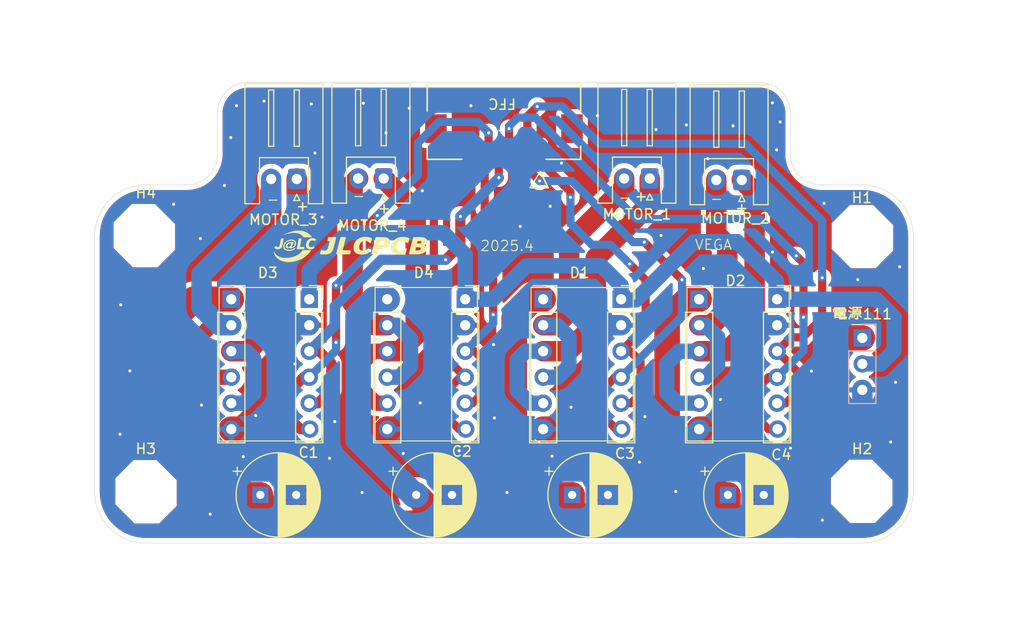
<source format=kicad_pcb>
(kicad_pcb (version 20240108) (generator "pcbnew") (generator_version "8.0")
  (layers (0 "F.Cu" signal) (31 "B.Cu" signal) (34 "B.Paste" user) (35 "F.Paste" user) (36 "B.SilkS" user "B.Silkscreen") (37 "F.SilkS" user "F.Silkscreen") (38 "B.Mask" user) (39 "F.Mask" user) (44 "Edge.Cuts" user))
  (net 0 "")
  (net 1 "VCC")
  (net 2 "D1 IN1")
  (net 3 "D1 IN2")
  (net 4 "D1 OUT1")
  (net 5 "+5V")
  (net 6 "D1 OUT2")
  (net 7 "D2 IN2")
  (net 8 "D2 IN1")
  (net 9 "D2 OUT2")
  (net 10 "D2 OUT1")
  (net 11 "D3 OUT2")
  (net 12 "D3 IN2")
  (net 13 "D3 IN1")
  (net 14 "D3 OUT1")
  (net 15 "D4 OUT2")
  (net 16 "GND")
  (net 17 "D4 IN2")
  (net 18 "D4 IN1")
  (net 19 "D4 OUT1")
  (footprint "Capacitor_THT:CP_Radial_D8.0mm_P3.50mm" (layer "F.Cu") (at 171.894888 117.8)
    (property "Reference" "C4" (at 5.205112 -3.925 0) (layer "F.SilkS"))
    (property "Value" "150μF")
    (pad "1" thru_hole rect (at 0 0) (size 1.6 1.6) (drill 0.8) (layers "*.Cu" "*.Mask") (net 1 "VCC"))
    (pad "2" thru_hole circle (at 3.5 0) (size 1.6 1.6) (drill 0.8) (layers "*.Cu" "*.Mask") (net 16 "GND"))
  )
  (footprint "MountingHole:MountingHole_3.2mm_M3" (layer "F.Cu") (at 115 117.5)
    (property "Reference" "H3" (at 0 -4.2 0) (layer "F.SilkS"))
    (property "Value" "MountingHole")
    (pad "" np_thru_hole circle (at 0 0) (size 3.2 3.2) (drill 3.2) (layers "*.Cu" "*.Mask"))
  )
  (footprint "MOTORDRIVE:CON_522710879_MOL" (layer "F.Cu") (at 150 81.3 180)
    (property "Reference" "J1" (hide yes))
    (property "Value" "Conn_01x08_Pin")
    (fp_text user "FFC" (at 0.18 1.74 180) (layer "F.SilkS"))
    (pad "1" smd rect (at -3.499993 -3.049999 180) (size 0.6 1.9) (layers "F.Cu" "F.Paste" "F.Mask") (net 2 "D1 IN1"))
    (pad "2" smd rect (at -2.499992 -3.049999 180) (size 0.6 1.9) (layers "F.Cu" "F.Paste" "F.Mask") (net 3 "D1 IN2"))
    (pad "3" smd rect (at -1.499992 -3.049999 180) (size 0.6 1.9) (layers "F.Cu" "F.Paste" "F.Mask") (net 8 "D2 IN1"))
    (pad "4" smd rect (at -0.499994 -3.049999 180) (size 0.6 1.9) (layers "F.Cu" "F.Paste" "F.Mask") (net 7 "D2 IN2"))
    (pad "5" smd rect (at 0.500007 -3.049999 180) (size 0.6 1.9) (layers "F.Cu" "F.Paste" "F.Mask") (net 13 "D3 IN1"))
    (pad "6" smd rect (at 1.500007 -3.049999 180) (size 0.6 1.9) (layers "F.Cu" "F.Paste" "F.Mask") (net 12 "D3 IN2"))
    (pad "7" smd rect (at 2.500008 -3.049999 180) (size 0.6 1.9) (layers "F.Cu" "F.Paste" "F.Mask") (net 18 "D4 IN1"))
    (pad "8" smd rect (at 3.500008 -3.049999 180) (size 0.6 1.9) (layers "F.Cu" "F.Paste" "F.Mask") (net 17 "D4 IN2"))
    (pad "P1" smd rect (at -6.649993 -0.699999 180) (size 2.1 2.799999) (layers "F.Cu" "F.Paste" "F.Mask"))
    (pad "P2" smd rect (at 6.649993 -0.699999 180) (size 2.1 2.799999) (layers "F.Cu" "F.Paste" "F.Mask"))
  )
  (footprint "MountingHole:MountingHole_3.2mm_M3" (layer "F.Cu") (at 185 117.5)
    (property "Reference" "H2" (at 0 -4.2 0) (layer "F.SilkS"))
    (property "Value" "MountingHole")
    (pad "" np_thru_hole circle (at 0 0) (size 3.2 3.2) (drill 3.2) (layers "*.Cu" "*.Mask"))
  )
  (footprint "MOTORDRIVE:DRV8835" (layer "F.Cu") (at 131.025 111.365)
    (property "Reference" "D3" (hide yes))
    (property "Value" "~" (hide yes))
    (fp_text user "${REFERENCE}" (at -4.105 -15.275 0) (layer "F.SilkS"))
    (pad "1" thru_hole rect (at -7.67 -12.69) (size 1.7 1.7) (drill 1) (layers "*.Cu" "*.Mask") (net 1 "VCC"))
    (pad "2" thru_hole oval (at -7.67 -10.15) (size 1.7 1.7) (drill 1) (layers "*.Cu" "*.Mask") (net 14 "D3 OUT1"))
    (pad "3" thru_hole oval (at -7.67 -7.61) (size 1.7 1.7) (drill 1) (layers "*.Cu" "*.Mask") (net 11 "D3 OUT2"))
    (pad "4" thru_hole oval (at -7.67 -5.07) (size 1.7 1.7) (drill 1) (layers "*.Cu" "*.Mask") (net 14 "D3 OUT1"))
    (pad "5" thru_hole oval (at -7.67 -2.53) (size 1.7 1.7) (drill 1) (layers "*.Cu" "*.Mask") (net 11 "D3 OUT2"))
    (pad "6" thru_hole oval (at -7.67 0.01) (size 1.7 1.7) (drill 1) (layers "*.Cu" "*.Mask") (net 16 "GND"))
    (pad "7" thru_hole oval (at 0 0) (size 1.7 1.7) (drill 1) (layers "*.Cu" "*.Mask") (net 12 "D3 IN2"))
    (pad "8" thru_hole oval (at -0.05 -2.53) (size 1.7 1.7) (drill 1) (layers "*.Cu" "*.Mask") (net 13 "D3 IN1"))
    (pad "9" thru_hole oval (at -0.05 -5.07) (size 1.7 1.7) (drill 1) (layers "*.Cu" "*.Mask") (net 12 "D3 IN2"))
    (pad "10" thru_hole oval (at -0.05 -7.61) (size 1.7 1.7) (drill 1) (layers "*.Cu" "*.Mask") (net 13 "D3 IN1"))
    (pad "11" thru_hole oval (at -0.05 -10.15) (size 1.7 1.7) (drill 1) (layers "*.Cu" "*.Mask") (net 16 "GND"))
    (pad "12" thru_hole rect (at -0.05 -12.69) (size 1.7 1.7) (drill 1) (layers "*.Cu" "*.Mask") (net 5 "+5V"))
  )
  (footprint "MOTORDRIVE:DRV8835" (layer "F.Cu") (at 146.265 111.365)
    (property "Reference" "D4" (hide yes))
    (property "Value" "~" (hide yes))
    (fp_text user "${REFERENCE}" (at -4.105 -15.275 0) (layer "F.SilkS"))
    (pad "1" thru_hole rect (at -7.67 -12.69) (size 1.7 1.7) (drill 1) (layers "*.Cu" "*.Mask") (net 1 "VCC"))
    (pad "2" thru_hole oval (at -7.67 -10.15) (size 1.7 1.7) (drill 1) (layers "*.Cu" "*.Mask") (net 19 "D4 OUT1"))
    (pad "3" thru_hole oval (at -7.67 -7.61) (size 1.7 1.7) (drill 1) (layers "*.Cu" "*.Mask") (net 15 "D4 OUT2"))
    (pad "4" thru_hole oval (at -7.67 -5.07) (size 1.7 1.7) (drill 1) (layers "*.Cu" "*.Mask") (net 19 "D4 OUT1"))
    (pad "5" thru_hole oval (at -7.67 -2.53) (size 1.7 1.7) (drill 1) (layers "*.Cu" "*.Mask") (net 15 "D4 OUT2"))
    (pad "6" thru_hole oval (at -7.67 0.01) (size 1.7 1.7) (drill 1) (layers "*.Cu" "*.Mask") (net 16 "GND"))
    (pad "7" thru_hole oval (at 0 0) (size 1.7 1.7) (drill 1) (layers "*.Cu" "*.Mask") (net 17 "D4 IN2"))
    (pad "8" thru_hole oval (at -0.05 -2.53) (size 1.7 1.7) (drill 1) (layers "*.Cu" "*.Mask") (net 18 "D4 IN1"))
    (pad "9" thru_hole oval (at -0.05 -5.07) (size 1.7 1.7) (drill 1) (layers "*.Cu" "*.Mask") (net 17 "D4 IN2"))
    (pad "10" thru_hole oval (at -0.05 -7.61) (size 1.7 1.7) (drill 1) (layers "*.Cu" "*.Mask") (net 18 "D4 IN1"))
    (pad "11" thru_hole oval (at -0.05 -10.15) (size 1.7 1.7) (drill 1) (layers "*.Cu" "*.Mask") (net 16 "GND"))
    (pad "12" thru_hole rect (at -0.05 -12.69) (size 1.7 1.7) (drill 1) (layers "*.Cu" "*.Mask") (net 5 "+5V"))
  )
  (footprint "Connector_JST:JST_XH_S2B-XH-A_1x02_P2.50mm_Horizontal" (layer "F.Cu") (at 164.25 86.875 180)
    (property "Reference" "MOTOR_1" (at 1.25 -3.5 0) (layer "F.SilkS"))
    (property "Value" "Conn_01x02_Socket")
    (pad "1" thru_hole roundrect (at 0 0 180) (size 1.7 2) (drill 1) (layers "*.Cu" "*.Mask") (roundrect_rratio 0.147059) (net 6 "D1 OUT2"))
    (pad "2" thru_hole oval (at 2.5 0 180) (size 1.7 2) (drill 1) (layers "*.Cu" "*.Mask") (net 4 "D1 OUT1"))
  )
  (footprint "Capacitor_THT:CP_Radial_D8.0mm_P3.50mm" (layer "F.Cu") (at 126.194888 117.8)
    (property "Reference" "C1" (at 4.705112 -4.15 0) (layer "F.SilkS"))
    (property "Value" "150μF")
    (pad "1" thru_hole rect (at 0 0) (size 1.6 1.6) (drill 0.8) (layers "*.Cu" "*.Mask") (net 1 "VCC"))
    (pad "2" thru_hole circle (at 3.5 0) (size 1.6 1.6) (drill 0.8) (layers "*.Cu" "*.Mask") (net 16 "GND"))
  )
  (footprint "MountingHole:MountingHole_3.2mm_M3" (layer "F.Cu") (at 185 92.5)
    (property "Reference" "H1" (at -0.02 -3.73 0) (layer "F.SilkS"))
    (property "Value" "MountingHole")
    (pad "" np_thru_hole circle (at 0 0) (size 3.2 3.2) (drill 3.2) (layers "*.Cu" "*.Mask"))
  )
  (footprint "Connector_JST:JST_XH_S2B-XH-A_1x02_P2.50mm_Horizontal" (layer "F.Cu") (at 138.25 86.875 180)
    (property "Reference" "MOTOR_4" (at 1.125 -4.6 0) (layer "F.SilkS"))
    (property "Value" "Conn_01x02_Socket")
    (pad "1" thru_hole roundrect (at 0 0 180) (size 1.7 2) (drill 1) (layers "*.Cu" "*.Mask") (roundrect_rratio 0.147059) (net 15 "D4 OUT2"))
    (pad "2" thru_hole oval (at 2.5 0 180) (size 1.7 2) (drill 1) (layers "*.Cu" "*.Mask") (net 19 "D4 OUT1"))
  )
  (footprint "MOTORDRIVE:DRV8835" (layer "F.Cu") (at 161.505 111.365)
    (property "Reference" "D1" (hide yes))
    (property "Value" "~" (hide yes))
    (fp_text user "${REFERENCE}" (at -4.105 -15.275 0) (layer "F.SilkS"))
    (pad "1" thru_hole rect (at -7.67 -12.69) (size 1.7 1.7) (drill 1) (layers "*.Cu" "*.Mask") (net 1 "VCC"))
    (pad "2" thru_hole oval (at -7.67 -10.15) (size 1.7 1.7) (drill 1) (layers "*.Cu" "*.Mask") (net 4 "D1 OUT1"))
    (pad "3" thru_hole oval (at -7.67 -7.61) (size 1.7 1.7) (drill 1) (layers "*.Cu" "*.Mask") (net 6 "D1 OUT2"))
    (pad "4" thru_hole oval (at -7.67 -5.07) (size 1.7 1.7) (drill 1) (layers "*.Cu" "*.Mask") (net 4 "D1 OUT1"))
    (pad "5" thru_hole oval (at -7.67 -2.53) (size 1.7 1.7) (drill 1) (layers "*.Cu" "*.Mask") (net 6 "D1 OUT2"))
    (pad "6" thru_hole oval (at -7.67 0.01) (size 1.7 1.7) (drill 1) (layers "*.Cu" "*.Mask") (net 16 "GND"))
    (pad "7" thru_hole oval (at 0 0) (size 1.7 1.7) (drill 1) (layers "*.Cu" "*.Mask") (net 3 "D1 IN2"))
    (pad "8" thru_hole oval (at -0.05 -2.53) (size 1.7 1.7) (drill 1) (layers "*.Cu" "*.Mask") (net 2 "D1 IN1"))
    (pad "9" thru_hole oval (at -0.05 -5.07) (size 1.7 1.7) (drill 1) (layers "*.Cu" "*.Mask") (net 3 "D1 IN2"))
    (pad "10" thru_hole oval (at -0.05 -7.61) (size 1.7 1.7) (drill 1) (layers "*.Cu" "*.Mask") (net 2 "D1 IN1"))
    (pad "11" thru_hole oval (at -0.05 -10.15) (size 1.7 1.7) (drill 1) (layers "*.Cu" "*.Mask") (net 16 "GND"))
    (pad "12" thru_hole rect (at -0.05 -12.69) (size 1.7 1.7) (drill 1) (layers "*.Cu" "*.Mask") (net 5 "+5V"))
  )
  (footprint "Connector_JST:JST_XH_S2B-XH-A_1x02_P2.50mm_Horizontal" (layer "F.Cu") (at 129.75 86.925 180)
    (property "Reference" "MOTOR_3" (at 1.3 -3.975 0) (layer "F.SilkS"))
    (property "Value" "Conn_01x02_Socket")
    (pad "1" thru_hole roundrect (at 0 0 180) (size 1.7 2) (drill 1) (layers "*.Cu" "*.Mask") (roundrect_rratio 0.147059) (net 11 "D3 OUT2"))
    (pad "2" thru_hole oval (at 2.5 0 180) (size 1.7 2) (drill 1) (layers "*.Cu" "*.Mask") (net 14 "D3 OUT1"))
  )
  (footprint "JLCPCBlogo:JLCPCB" (layer "F.Cu") (at 135 93.5)
    (property "Reference" "G***" (hide yes))
    (property "Value" "LOGO" (hide yes))
  )
  (footprint "Connector_JST:JST_XH_S2B-XH-A_1x02_P2.50mm_Horizontal" (layer "F.Cu") (at 173.25 87.025 180)
    (property "Reference" "MOTOR_2" (at 0.64 -3.745 0) (layer "F.SilkS"))
    (property "Value" "Conn_01x02_Socket")
    (pad "1" thru_hole roundrect (at 0 0 180) (size 1.7 2) (drill 1) (layers "*.Cu" "*.Mask") (roundrect_rratio 0.147059) (net 9 "D2 OUT2"))
    (pad "2" thru_hole oval (at 2.5 0 180) (size 1.7 2) (drill 1) (layers "*.Cu" "*.Mask") (net 10 "D2 OUT1"))
  )
  (footprint "MOTORDRIVE:DRV8835" (layer "F.Cu") (at 176.745 111.365)
    (property "Reference" "D2" (hide yes))
    (property "Value" "~" (hide yes))
    (fp_text user "${REFERENCE}" (at -4.115 -14.495 0) (layer "F.SilkS"))
    (pad "1" thru_hole rect (at -7.67 -12.69) (size 1.7 1.7) (drill 1) (layers "*.Cu" "*.Mask") (net 1 "VCC"))
    (pad "2" thru_hole oval (at -7.67 -10.15) (size 1.7 1.7) (drill 1) (layers "*.Cu" "*.Mask") (net 10 "D2 OUT1"))
    (pad "3" thru_hole oval (at -7.67 -7.61) (size 1.7 1.7) (drill 1) (layers "*.Cu" "*.Mask") (net 9 "D2 OUT2"))
    (pad "4" thru_hole oval (at -7.67 -5.07) (size 1.7 1.7) (drill 1) (layers "*.Cu" "*.Mask") (net 10 "D2 OUT1"))
    (pad "5" thru_hole oval (at -7.67 -2.53) (size 1.7 1.7) (drill 1) (layers "*.Cu" "*.Mask") (net 9 "D2 OUT2"))
    (pad "6" thru_hole oval (at -7.67 0.01) (size 1.7 1.7) (drill 1) (layers "*.Cu" "*.Mask") (net 16 "GND"))
    (pad "7" thru_hole oval (at 0 0) (size 1.7 1.7) (drill 1) (layers "*.Cu" "*.Mask") (net 7 "D2 IN2"))
    (pad "8" thru_hole oval (at -0.05 -2.53) (size 1.7 1.7) (drill 1) (layers "*.Cu" "*.Mask") (net 8 "D2 IN1"))
    (pad "9" thru_hole oval (at -0.05 -5.07) (size 1.7 1.7) (drill 1) (layers "*.Cu" "*.Mask") (net 7 "D2 IN2"))
    (pad "10" thru_hole oval (at -0.05 -7.61) (size 1.7 1.7) (drill 1) (layers "*.Cu" "*.Mask") (net 8 "D2 IN1"))
    (pad "11" thru_hole oval (at -0.05 -10.15) (size 1.7 1.7) (drill 1) (layers "*.Cu" "*.Mask") (net 16 "GND"))
    (pad "12" thru_hole rect (at -0.05 -12.69) (size 1.7 1.7) (drill 1) (layers "*.Cu" "*.Mask") (net 5 "+5V"))
  )
  (footprint "MountingHole:MountingHole_3.2mm_M3" (layer "F.Cu") (at 115 92.5)
    (property "Reference" "H4" (at 0 -4.2 0) (layer "F.SilkS"))
    (property "Value" "MountingHole")
    (pad "" np_thru_hole circle (at 0 0) (size 3.2 3.2) (drill 3.2) (layers "*.Cu" "*.Mask"))
  )
  (footprint "Capacitor_THT:CP_Radial_D8.0mm_P3.50mm" (layer "F.Cu") (at 156.664888 117.8)
    (property "Reference" "C3" (at 5.160112 -4.05 0) (layer "F.SilkS"))
    (property "Value" "150μF")
    (pad "1" thru_hole rect (at 0 0) (size 1.6 1.6) (drill 0.8) (layers "*.Cu" "*.Mask") (net 1 "VCC"))
    (pad "2" thru_hole circle (at 3.5 0) (size 1.6 1.6) (drill 0.8) (layers "*.Cu" "*.Mask") (net 16 "GND"))
  )
  (footprint "Capacitor_THT:CP_Radial_D8.0mm_P3.50mm" (layer "F.Cu") (at 141.424888 117.8)
    (property "Reference" "C2" (at 4.450112 -4.25 0) (layer "F.SilkS"))
    (property "Value" "150μF")
    (pad "1" thru_hole rect (at 0 0) (size 1.6 1.6) (drill 0.8) (layers "*.Cu" "*.Mask") (net 1 "VCC"))
    (pad "2" thru_hole circle (at 3.5 0) (size 1.6 1.6) (drill 0.8) (layers "*.Cu" "*.Mask") (net 16 "GND"))
  )
  (footprint "Connector_PinHeader_2.54mm:PinHeader_1x03_P2.54mm_Vertical" (layer "B.Cu") (at 185.025 102.455 180)
    (property "Reference" "電源111" (at 0 2.33 0) (layer "F.SilkS"))
    (property "Value" "Conn_01x03_Pin")
    (pad "1" thru_hole rect (at 0 0 180) (size 1.7 1.7) (drill 1) (layers "*.Cu" "*.Mask") (net 1 "VCC"))
    (pad "2" thru_hole oval (at 0 -2.54 180) (size 1.7 1.7) (drill 1) (layers "*.Cu" "*.Mask") (net 5 "+5V"))
    (pad "3" thru_hole oval (at 0 -5.08 180) (size 1.7 1.7) (drill 1) (layers "*.Cu" "*.Mask") (net 16 "GND"))
  )
  (gr_line (start 110 117.5) (end 110 92.5) (stroke (width 0.05)) (layer "Edge.Cuts"))
  (gr_arc (start 121.999984 80.500016) (mid 122.878668 78.378684) (end 125 77.5) (stroke (width 0.05)) (layer "Edge.Cuts"))
  (gr_line (start 121.999984 84.5) (end 121.999984 80.500016) (stroke (width 0.05)) (layer "Edge.Cuts"))
  (gr_arc (start 110 92.5) (mid 111.464466 88.964466) (end 115 87.5) (stroke (width 0.05)) (layer "Edge.Cuts"))
  (gr_arc (start 190 117.5) (mid 188.535534 121.035534) (end 185 122.5) (stroke (width 0.05)) (layer "Edge.Cuts"))
  (gr_line (start 118.999968 87.500016) (end 115 87.500016) (stroke (width 0.05)) (layer "Edge.Cuts"))
  (gr_line (start 115 122.5) (end 185 122.5) (stroke (width 0.05)) (layer "Edge.Cuts"))
  (gr_arc (start 181 87.5) (mid 178.87868 86.62132) (end 178 84.5) (stroke (width 0.05)) (layer "Edge.Cuts"))
  (gr_arc (start 121.999984 84.5) (mid 121.1213 86.621332) (end 118.999968 87.500016) (stroke (width 0.05)) (layer "Edge.Cuts"))
  (gr_line (start 190 117.5) (end 190 92.5) (stroke (width 0.05)) (layer "Edge.Cuts"))
  (gr_line (start 178 80.5) (end 178 84.5) (stroke (width 0.05)) (layer "Edge.Cuts"))
  (gr_line (start 185 87.5) (end 181 87.5) (stroke (width 0.05)) (layer "Edge.Cuts"))
  (gr_arc (start 175 77.5) (mid 177.12132 78.37868) (end 178 80.5) (stroke (width 0.05)) (layer "Edge.Cuts"))
  (gr_arc (start 185 87.5) (mid 188.535534 88.964466) (end 190 92.5) (stroke (width 0.05)) (layer "Edge.Cuts"))
  (gr_line (start 175 77.5) (end 125 77.5) (stroke (width 0.05)) (layer "Edge.Cuts"))
  (gr_arc (start 115 122.5) (mid 111.464466 121.035534) (end 110 117.5) (stroke (width 0.05)) (layer "Edge.Cuts"))
  (gr_text "VEGA" (at 168.6 93.94 0) (layer "F.SilkS") (effects (font (size 1 1) (thickness 0.1)) (justify left bottom)))
  (gr_text "+" (at 162.675 89.175 0) (layer "F.SilkS") (effects (font (size 1 1)) (justify left bottom)))
  (gr_text "-" (at 135.125 89.15 0) (layer "F.SilkS") (effects (font (size 1 1) (thickness 0.1)) (justify left bottom)))
  (gr_text "-" (at 126.75 89.5 0) (layer "F.SilkS") (effects (font (size 1 1) (thickness 0.1)) (justify left bottom)))
  (gr_text "2025.4" (at 147.62 94.05 0) (layer "F.SilkS") (effects (font (size 1 1) (thickness 0.1)) (justify left bottom)))
  (gr_text "-" (at 161.15 89.3 0) (layer "F.SilkS") (effects (font (size 1 1) (thickness 0.1)) (justify left bottom)))
  (gr_text "+" (at 129.6 90.15 0) (layer "F.SilkS") (effects (font (size 1 1)) (justify left bottom)))
  (gr_text "+" (at 172.525 90.325 0) (layer "F.SilkS") (effects (font (size 1 1)) (justify left bottom)))
  (gr_text "+" (at 137.575 90.35 0) (layer "F.SilkS") (effects (font (size 1 1)) (justify left bottom)))
  (gr_text "-" (at 170.1 89.425 0) (layer "F.SilkS") (effects (font (size 1 1) (thickness 0.1)) (justify left bottom)))
  (segment (start 126.194888 117.8) (end 124.21 117.8) (width 2.5) (layer "F.Cu") (net 1))
  (segment (start 169.075 98.675) (end 167.925 98.675) (width 2.5) (layer "F.Cu") (net 1))
  (segment (start 156.664888 119.144888) (end 157.82 120.3) (width 2.5) (layer "F.Cu") (net 1))
  (segment (start 172.95 120.75) (end 172.85 120.65) (width 2.5) (layer "F.Cu") (net 1))
  (segment (start 153.835 98.675) (end 152.855 98.675) (width 2.5) (layer "F.Cu") (net 1))
  (segment (start 183.445 102.455) (end 182.175 103.725) (width 2.5) (layer "F.Cu") (net 1))
  (segment (start 182.175 108.125) (end 179.775 110.525) (width 2.5) (layer "F.Cu") (net 1))
  (segment (start 142.31 118.685112) (end 142.31 120.3) (width 2.5) (layer "F.Cu") (net 1))
  (segment (start 171.894888 119.694888) (end 172.85 120.65) (width 2.5) (layer "F.Cu") (net 1))
  (segment (start 142.66 120.65) (end 142.31 120.3) (width 2.5) (layer "F.Cu") (net 1))
  (segment (start 152.855 98.675) (end 151 100.53) (width 2.5) (layer "F.Cu") (net 1))
  (segment (start 142.31 120.3) (end 142.035 120.575) (width 2.5) (layer "F.Cu") (net 1))
  (segment (start 165.95 112.5) (end 171.25 117.8) (width 2.5) (layer "F.Cu") (net 1))
  (segment (start 126.194888 118.369888) (end 126.194888 117.8) (width 2.5) (layer "F.Cu") (net 1))
  (segment (start 128.4 120.575) (end 126.194888 118.369888) (width 2.5) (layer "F.Cu") (net 1))
  (segment (start 158.17 120.65) (end 142.66 120.65) (width 2.5) (layer "F.Cu") (net 1))
  (segment (start 154.69 117.8) (end 156.664888 117.8) (width 2.5) (layer "F.Cu") (net 1))
  (segment (start 156.664888 117.8) (end 156.664888 119.144888) (width 2.5) (layer "F.Cu") (net 1))
  (segment (start 119.7 98.675) (end 123.355 98.675) (width 2.5) (layer "F.Cu") (net 1))
  (segment (start 179.775 118.075) (end 177.1 120.75) (width 2.5) (layer "F.Cu") (net 1))
  (segment (start 185.025 102.455) (end 183.445 102.455) (width 2.5) (layer "F.Cu") (net 1))
  (segment (start 177.1 120.75) (end 172.95 120.75) (width 2.5) (layer "F.Cu") (net 1))
  (segment (start 179.775 110.525) (end 179.775 118.075) (width 2.5) (layer "F.Cu") (net 1))
  (segment (start 171.894888 117.8) (end 171.894888 119.694888) (width 2.5) (layer "F.Cu") (net 1))
  (segment (start 172.85 120.65) (end 158.17 120.65) (width 2.5) (layer "F.Cu") (net 1))
  (segment (start 151 100.53) (end 151 114.11) (width 2.5) (layer "F.Cu") (net 1))
  (segment (start 158.17 120.65) (end 157.82 120.3) (width 2.5) (layer "F.Cu") (net 1))
  (segment (start 167.925 98.675) (end 165.95 100.65) (width 2.5) (layer "F.Cu") (net 1))
  (segment (start 171.25 117.8) (end 171.894888 117.8) (width 2.5) (layer "F.Cu") (net 1))
  (segment (start 165.95 100.65) (end 165.95 112.5) (width 2.5) (layer "F.Cu") (net 1))
  (segment (start 117.02 101.355) (end 119.7 98.675) (width 2.5) (layer "F.Cu") (net 1))
  (segment (start 117.02 110.61) (end 117.02 101.355) (width 2.5) (layer "F.Cu") (net 1))
  (segment (start 151 114.11) (end 154.69 117.8) (width 2.5) (layer "F.Cu") (net 1))
  (segment (start 182.175 103.725) (end 182.175 108.125) (width 2.5) (layer "F.Cu") (net 1))
  (segment (start 142.035 120.575) (end 128.4 120.575) (width 2.5) (layer "F.Cu") (net 1))
  (segment (start 141.424888 117.8) (end 142.31 118.685112) (width 2.5) (layer "F.Cu") (net 1))
  (segment (start 124.21 117.8) (end 117.02 110.61) (width 2.5) (layer "F.Cu") (net 1))
  (segment (start 141.2 117.8) (end 141.424888 117.8) (width 2.5) (layer "B.Cu") (net 1))
  (segment (start 137.335 98.675) (end 135.75 100.26) (width 2.5) (layer "B.Cu") (net 1))
  (segment (start 135.75 100.26) (end 135.75 112.35) (width 2.5) (layer "B.Cu") (net 1))
  (segment (start 138.595 98.675) (end 137.335 98.675) (width 2.5) (layer "B.Cu") (net 1))
  (segment (start 135.75 112.35) (end 141.2 117.8) (width 2.5) (layer "B.Cu") (net 1))
  (segment (start 156.5 88.72) (end 156.5 88.18) (width 0.8) (layer "F.Cu") (net 2))
  (segment (start 163.85 101.36) (end 161.455 103.755) (width 0.8) (layer "F.Cu") (net 2))
  (segment (start 163.35 104.76) (end 163.35 107.9) (width 0.8) (layer "F.Cu") (net 2))
  (segment (start 163.35 107.9) (end 162.415 108.835) (width 0.8) (layer "F.Cu") (net 2))
  (segment (start 162.415 108.835) (end 161.455 108.835) (width 0.8) (layer "F.Cu") (net 2))
  (segment (start 156.5 88.18) (end 153.499993 85.179993) (width 0.8) (layer "F.Cu") (net 2))
  (segment (start 163.85 96.79) (end 163.85 101.36) (width 0.8) (layer "F.Cu") (net 2))
  (segment (start 153.499993 85.179993) (end 153.499993 84.349999) (width 0.8) (layer "F.Cu") (net 2))
  (segment (start 162.285 95.225) (end 163.85 96.79) (width 0.8) (layer "F.Cu") (net 2))
  (segment (start 161.455 103.755) (end 162.345 103.755) (width 0.8) (layer "F.Cu") (net 2))
  (segment (start 162.345 103.755) (end 163.35 104.76) (width 0.8) (layer "F.Cu") (net 2))
  (via (at 162.285 95.225) (size 0.6) (drill 0.3) (layers "F.Cu" "B.Cu") (net 2))
  (via (at 156.5 88.72) (size 0.6) (drill 0.3) (layers "F.Cu" "B.Cu") (net 2))
  (segment (start 158.6 93.35) (end 156.5 91.25) (width 0.8) (layer "B.Cu") (net 2))
  (segment (start 160.41 93.35) (end 158.6 93.35) (width 0.8) (layer "B.Cu") (net 2))
  (segment (start 162.285 95.225) (end 160.41 93.35) (width 0.8) (layer "B.Cu") (net 2))
  (segment (start 156.5 91.25) (end 156.5 88.72) (width 0.8) (layer "B.Cu") (net 2))
  (segment (start 161.455 106.295) (end 160.855 106.295) (width 0.8) (layer "F.Cu") (net 3))
  (segment (start 160.855 106.295) (end 159.47 107.68) (width 0.8) (layer "F.Cu") (net 3))
  (segment (start 163.71 93.09) (end 167.4 96.78) (width 0.8) (layer "F.Cu") (net 3))
  (segment (start 159.47 107.68) (end 159.47 109.88) (width 0.8) (layer "F.Cu") (net 3))
  (segment (start 153.49 87.12) (end 152.499992 86.129992) (width 0.8) (layer "F.Cu") (net 3))
  (segment (start 152.499992 86.129992) (end 152.499992 84.349999) (width 0.8) (layer "F.Cu") (net 3))
  (segment (start 159.47 109.88) (end 160.955 111.365) (width 0.8) (layer "F.Cu") (net 3))
  (segment (start 160.955 111.365) (end 161.505 111.365) (width 0.8) (layer "F.Cu") (net 3))
  (via (at 163.71 93.09) (size 0.6) (drill 0.3) (layers "F.Cu" "B.Cu") (net 3))
  (via (at 167.4 96.78) (size 0.6) (drill 0.3) (layers "F.Cu" "B.Cu") (net 3))
  (via (at 153.49 87.12) (size 0.6) (drill 0.3) (layers "F.Cu" "B.Cu") (net 3))
  (segment (start 156.645 87.12) (end 153.49 87.12) (width 0.8) (layer "B.Cu") (net 3))
  (segment (start 167.4 100.35) (end 167.4 96.78) (width 0.8) (layer "B.Cu") (net 3))
  (segment (start 161.455 106.295) (end 167.4 100.35) (width 0.8) (layer "B.Cu") (net 3))
  (segment (start 163.71 93.09) (end 162.615 93.09) (width 0.8) (layer "B.Cu") (net 3))
  (segment (start 162.615 93.09) (end 156.645 87.12) (width 0.8) (layer "B.Cu") (net 3))
  (segment (start 161.75 87.775) (end 161.75 86.875) (width 2) (layer "F.Cu") (net 4))
  (segment (start 153.835 101.215) (end 155.037081 101.215) (width 2) (layer "F.Cu") (net 4))
  (segment (start 155.037081 101.215) (end 156.375 99.877081) (width 2) (layer "F.Cu") (net 4))
  (segment (start 156.375 99.877081) (end 156.375 93.15) (width 2) (layer "F.Cu") (net 4))
  (segment (start 156.375 93.15) (end 161.75 87.775) (width 2) (layer "F.Cu") (net 4))
  (segment (start 153.835 101.215) (end 155.185 101.215) (width 1.5) (layer "B.Cu") (net 4))
  (segment (start 155.185 101.215) (end 156.35 102.38) (width 1.5) (layer "B.Cu") (net 4))
  (segment (start 156.35 102.38) (end 156.35 105.205) (width 1.5) (layer "B.Cu") (net 4))
  (segment (start 155.26 106.295) (end 153.835 106.295) (width 1.5) (layer "B.Cu") (net 4))
  (segment (start 156.35 105.205) (end 155.26 106.295) (width 1.5) (layer "B.Cu") (net 4))
  (segment (start 186.805 104.995) (end 185.025 104.995) (width 1.5) (layer "B.Cu") (net 5))
  (segment (start 172.78 93.05) (end 176.6 96.87) (width 1.5) (layer "B.Cu") (net 5))
  (segment (start 176.6 96.87) (end 176.6 98.74) (width 1.5) (layer "B.Cu") (net 5))
  (segment (start 130.975 98.675) (end 130.975 95.885) (width 1.5) (layer "B.Cu") (net 5))
  (segment (start 146.215 98.675) (end 148.925 98.675) (width 1.5) (layer "B.Cu") (net 5))
  (segment (start 188.13 100.43) (end 188.13 103.67) (width 1.5) (layer "B.Cu") (net 5))
  (segment (start 188.13 103.67) (end 186.805 104.995) (width 1.5) (layer "B.Cu") (net 5))
  (segment (start 146.215 94.325) (end 146.215 98.675) (width 1.5) (layer "B.Cu") (net 5))
  (segment (start 134.69 92.17) (end 144.06 92.17) (width 1.5) (layer "B.Cu") (net 5))
  (segment (start 168.58 93.05) (end 172.78 93.05) (width 1.5) (layer "B.Cu") (net 5))
  (segment (start 176.695 98.675) (end 186.375 98.675) (width 1.5) (layer "B.Cu") (net 5))
  (segment (start 144.06 92.17) (end 146.215 94.325) (width 1.5) (layer "B.Cu") (net 5))
  (segment (start 152.2 95.4) (end 159.51 95.4) (width 1.5) (layer "B.Cu") (net 5))
  (segment (start 148.925 98.675) (end 152.2 95.4) (width 1.5) (layer "B.Cu") (net 5))
  (segment (start 162.89 98.74) (end 168.58 93.05) (width 1.5) (layer "B.Cu") (net 5))
  (segment (start 130.975 95.885) (end 134.69 92.17) (width 1.5) (layer "B.Cu") (net 5))
  (segment (start 186.375 98.675) (end 188.13 100.43) (width 1.5) (layer "B.Cu") (net 5))
  (segment (start 161.36 98.74) (end 162.89 98.74) (width 1.5) (layer "B.Cu") (net 5))
  (segment (start 159.51 95.4) (end 161.455 97.345) (width 1.5) (layer "B.Cu") (net 5))
  (segment (start 161.455 97.345) (end 161.455 98.675) (width 1.5) (layer "B.Cu") (net 5))
  (segment (start 153.835 103.755) (end 156.265 103.755) (width 2) (layer "F.Cu") (net 6))
  (segment (start 158.98 94.645) (end 164.25 89.375) (width 2) (layer "F.Cu") (net 6))
  (segment (start 164.25 89.375) (end 164.25 86.875) (width 2) (layer "F.Cu") (net 6))
  (segment (start 156.265 103.755) (end 158.98 101.04) (width 2) (layer "F.Cu") (net 6))
  (segment (start 158.98 101.04) (end 158.98 94.645) (width 2) (layer "F.Cu") (net 6))
  (segment (start 152.125 103.755) (end 151.31 104.57) (width 1.5) (layer "B.Cu") (net 6))
  (segment (start 153.835 103.755) (end 152.125 103.755) (width 1.5) (layer "B.Cu") (net 6))
  (segment (start 151.31 104.57) (end 151.31 107.6) (width 1.5) (layer "B.Cu") (net 6))
  (segment (start 152.545 108.835) (end 153.835 108.835) (width 1.5) (layer "B.Cu") (net 6))
  (segment (start 151.31 107.6) (end 152.545 108.835) (width 1.5) (layer "B.Cu") (net 6))
  (segment (start 179.28 100.44) (end 179.28 95.14) (width 0.8) (layer "F.Cu") (net 7))
  (segment (start 175.855 106.295) (end 174.8 107.35) (width 0.8) (layer "F.Cu") (net 7))
  (segment (start 150.499992 82.010008) (end 150.499992 84.349999) (width 0.8) (layer "F.Cu") (net 7))
  (segment (start 176.695 106.295) (end 175.855 106.295) (width 0.8) (layer "F.Cu") (net 7))
  (segment (start 174.8 110.33) (end 175.835 111.365) (width 0.8) (layer "F.Cu") (net 7))
  (segment (start 174.8 107.35) (end 174.8 110.33) (width 0.8) (layer "F.Cu") (net 7))
  (segment (start 179.28 95.14) (end 178.57 94.43) (width 0.8) (layer "F.Cu") (net 7))
  (segment (start 175.835 111.365) (end 176.745 111.365) (width 0.8) (layer "F.Cu") (net 7))
  (via (at 178.57 94.43) (size 0.6) (drill 0.3) (layers "F.Cu" "B.Cu") (net 7))
  (via (at 179.28 100.44) (size 0.6) (drill 0.3) (layers "F.Cu" "B.Cu") (net 7))
  (via (at 150.499992 82.010008) (size 0.6) (drill 0.3) (layers "F.Cu" "B.Cu") (net 7))
  (segment (start 162.99 90.84) (end 174.98 90.84) (width 0.8) (layer "B.Cu") (net 7))
  (segment (start 179.28 100.44) (end 179.28 103.71) (width 0.8) (layer "B.Cu") (net 7))
  (segment (start 174.98 90.84) (end 178.57 94.43) (width 0.8) (layer "B.Cu") (net 7))
  (segment (start 150.499992 81.760008) (end 151.33 80.93) (width 0.8) (layer "B.Cu") (net 7))
  (segment (start 179.28 103.71) (end 176.695 106.295) (width 0.8) (layer "B.Cu") (net 7))
  (segment (start 153.08 80.93) (end 162.99 90.84) (width 0.8) (layer "B.Cu") (net 7))
  (segment (start 150.499992 82.010008) (end 150.499992 81.760008) (width 0.8) (layer "B.Cu") (net 7))
  (segment (start 151.33 80.93) (end 153.08 80.93) (width 0.8) (layer "B.Cu") (net 7))
  (segment (start 177.565 108.835) (end 176.695 108.835) (width 0.8) (layer "F.Cu") (net 8))
  (segment (start 178.05 102.4) (end 176.695 103.755) (width 0.8) (layer "F.Cu") (net 8))
  (segment (start 178.68 107.72) (end 177.565 108.835) (width 0.8) (layer "F.Cu") (net 8))
  (segment (start 151.499992 82.899999) (end 151.499992 84.349999) (width 0.8) (layer "F.Cu") (net 8))
  (segment (start 176.695 103.755) (end 178.68 105.74) (width 0.8) (layer "F.Cu") (net 8))
  (segment (start 152.29 80.8) (end 152.29 82.109991) (width 0.8) (layer "F.Cu") (net 8))
  (segment (start 181.1 100.5) (end 179.2 102.4) (width 0.8) (layer "F.Cu") (net 8))
  (segment (start 152.29 82.109991) (end 151.499992 82.899999) (width 0.8) (layer "F.Cu") (net 8))
  (segment (start 179.2 102.4) (end 178.05 102.4) (width 0.8) (layer "F.Cu") (net 8))
  (segment (start 178.68 105.74) (end 178.68 107.72) (width 0.8) (layer "F.Cu") (net 8))
  (segment (start 153.255 79.835) (end 152.29 80.8) (width 0.8) (layer "F.Cu") (net 8))
  (segment (start 181.1 96.575) (end 181.1 100.5) (width 0.8) (layer "F.Cu") (net 8))
  (via (at 181.1 96.575) (size 0.6) (drill 0.3) (layers "F.Cu" "B.Cu") (net 8))
  (via (at 153.255 79.835) (size 0.6) (drill 0.3) (layers "F.Cu" "B.Cu") (net 8))
  (segment (start 159.35 83.475) (end 155.71 79.835) (width 0.8) (layer "B.Cu") (net 8))
  (segment (start 173.575 83.475) (end 159.35 83.475) (width 0.8) (layer "B.Cu") (net 8))
  (segment (start 181.1 96.575) (end 181.1 91) (width 0.8) (layer "B.Cu") (net 8))
  (segment (start 181.1 91) (end 173.575 83.475) (width 0.8) (layer "B.Cu") (net 8))
  (segment (start 155.71 79.835) (end 153.255 79.835) (width 0.8) (layer "B.Cu") (net 8))
  (segment (start 174.5 88.225) (end 173.25 86.975) (width 2) (layer "F.Cu") (net 9))
  (segment (start 171.795 103.755) (end 174.5 101.05) (width 2) (layer "F.Cu") (net 9))
  (segment (start 169.075 103.755) (end 171.795 103.755) (width 2) (layer "F.Cu") (net 9))
  (segment (start 174.5 101.05) (end 174.5 88.225) (width 2) (layer "F.Cu") (net 9))
  (segment (start 166.965 108.835) (end 169.075 108.835) (width 1.5) (layer "B.Cu") (net 9))
  (segment (start 167.125 103.755) (end 165.91 104.97) (width 1.5) (layer "B.Cu") (net 9))
  (segment (start 169.075 103.755) (end 167.125 103.755) (width 1.5) (layer "B.Cu") (net 9))
  (segment (start 165.91 107.78) (end 166.965 108.835) (width 1.5) (layer "B.Cu") (net 9))
  (segment (start 165.91 104.97) (end 165.91 107.78) (width 1.5) (layer "B.Cu") (net 9))
  (segment (start 170.277081 101.215) (end 171.825 99.667081) (width 2) (layer "F.Cu") (net 10))
  (segment (start 171.825 93.4) (end 170.75 92.325) (width 2) (layer "F.Cu") (net 10))
  (segment (start 171.825 99.667081) (end 171.825 93.4) (width 2) (layer "F.Cu") (net 10))
  (segment (start 170.75 92.325) (end 170.75 86.975) (width 2) (layer "F.Cu") (net 10))
  (segment (start 169.075 101.215) (end 170.277081 101.215) (width 2) (layer "F.Cu") (net 10))
  (segment (start 169.715 101.215) (end 170.875 102.375) (width 1.5) (layer "B.Cu") (net 10))
  (segment (start 170.875 105.15) (end 169.73 106.295) (width 1.5) (layer "B.Cu") (net 10))
  (segment (start 169.73 106.295) (end 169.075 106.295) (width 1.5) (layer "B.Cu") (net 10))
  (segment (start 169.075 101.215) (end 169.715 101.215) (width 1.5) (layer "B.Cu") (net 10))
  (segment (start 170.875 102.375) (end 170.875 105.15) (width 1.5) (layer "B.Cu") (net 10))
  (segment (start 123.355 103.755) (end 124.945 103.755) (width 2) (layer "F.Cu") (net 11))
  (segment (start 129.75 91.92) (end 129.75 86.875) (width 2) (layer "F.Cu") (net 11))
  (segment (start 126.775 94.895) (end 129.75 91.92) (width 2) (layer "F.Cu") (net 11))
  (segment (start 124.945 103.755) (end 126.775 101.925) (width 2) (layer "F.Cu") (net 11))
  (segment (start 126.775 101.925) (end 126.775 94.895) (width 2) (layer "F.Cu") (net 11))
  (segment (start 125.55 104.5) (end 125.55 107.842081) (width 1.5) (layer "B.Cu") (net 11))
  (segment (start 123.355 103.755) (end 124.805 103.755) (width 1.5) (layer "B.Cu") (net 11))
  (segment (start 124.557081 108.835) (end 123.355 108.835) (width 1.5) (layer "B.Cu") (net 11))
  (segment (start 125.55 107.842081) (end 124.557081 108.835) (width 1.5) (layer "B.Cu") (net 11))
  (segment (start 124.805 103.755) (end 125.55 104.5) (width 1.5) (layer "B.Cu") (net 11))
  (segment (start 133.59 102.9) (end 133.59 97.32) (width 0.8) (layer "F.Cu") (net 12))
  (segment (start 136.89 91.235) (end 137.625 90.5) (width 0.8) (layer "F.Cu") (net 12))
  (segment (start 128.96 110.21) (end 130.115 111.365) (width 1) (layer "F.Cu") (net 12))
  (segment (start 130.425 106.295) (end 128.96 107.76) (width 1) (layer "F.Cu") (net 12))
  (segment (start 128.96 107.76) (end 128.96 110.21) (width 1) (layer "F.Cu") (net 12))
  (segment (start 130.975 106.295) (end 130.425 106.295) (width 1) (layer "F.Cu") (net 12))
  (segment (start 148.499993 84.349999) (end 148.499993 82.420007) (width 0.8) (layer "F.Cu") (net 12))
  (segment (start 136.89 93.93) (end 136.89 91.235) (width 0.8) (layer "F.Cu") (net 12))
  (segment (start 130.115 111.365) (end 131.025 111.365) (width 1) (layer "F.Cu") (net 12))
  (segment (start 148.499993 82.420007) (end 148.51 82.41) (width 0.8) (layer "F.Cu") (net 12))
  (via (at 137.625 90.5) (size 0.6) (drill 0.3) (layers "F.Cu" "B.Cu") (net 12))
  (via (at 133.59 97.32) (size 0.6) (drill 0.3) (layers "F.Cu" "B.Cu") (net 12))
  (via (at 136.89 93.93) (size 0.6) (drill 0.3) (layers "F.Cu" "B.Cu") (net 12))
  (via (at 148.51 82.41) (size 0.6) (drill 0.3) (layers "F.Cu" "B.Cu") (net 12))
  (via (at 133.59 102.9) (size 0.6) (drill 0.3) (layers "F.Cu" "B.Cu") (net 12))
  (segment (start 137.625 90.5) (end 137.63 90.5) (width 0.8) (layer "B.Cu") (net 12))
  (segment (start 143.65 81.35) (end 147.45 81.35) (width 0.8) (layer "B.Cu") (net 12))
  (segment (start 136.89 94.02) (end 133.59 97.32) (width 0.8) (layer "B.Cu") (net 12))
  (segment (start 133.59 103.68) (end 130.975 106.295) (width 0.8) (layer "B.Cu") (net 12))
  (segment (start 133.59 102.9) (end 133.59 103.68) (width 0.8) (layer "B.Cu") (net 12))
  (segment (start 141.6 83.4) (end 143.65 81.35) (width 0.8) (layer "B.Cu") (net 12))
  (segment (start 136.89 93.93) (end 136.89 94.02) (width 0.8) (layer "B.Cu") (net 12))
  (segment (start 141.6 86.53) (end 141.6 83.4) (width 0.8) (layer "B.Cu") (net 12))
  (segment (start 137.63 90.5) (end 141.6 86.53) (width 0.8) (layer "B.Cu") (net 12))
  (segment (start 147.45 81.35) (end 148.51 82.41) (width 0.8) (layer "B.Cu") (net 12))
  (segment (start 133.13 104.93) (end 133.13 107.54) (width 1) (layer "F.Cu") (net 13))
  (segment (start 130.975 103.755) (end 131.955 103.755) (width 1) (layer "F.Cu") (net 13))
  (segment (start 131.835 108.835) (end 130.975 108.835) (width 1) (layer "F.Cu") (net 13))
  (segment (start 131.955 103.755) (end 133.13 104.93) (width 1) (layer "F.Cu") (net 13))
  (segment (start 133.13 107.54) (end 131.835 108.835) (width 1) (layer "F.Cu") (net 13))
  (segment (start 149.499993 86.79) (end 149.499993 84.349999) (width 0.8) (layer "F.Cu") (net 13))
  (segment (start 145.74 93.38) (end 145.74 90.58) (width 1) (layer "F.Cu") (net 13))
  (segment (start 144.3 94.82) (end 145.74 93.38) (width 1) (layer "F.Cu") (net 13))
  (via (at 144.3 94.82) (size 0.6) (drill 0.3) (layers "F.Cu" "B.Cu") (net 13))
  (via (at 149.499993 86.79) (size 0.6) (drill 0.3) (layers "F.Cu" "B.Cu") (net 13))
  (via (at 145.74 90.58) (size 0.6) (drill 0.3) (layers "F.Cu" "B.Cu") (net 13))
  (segment (start 149.499993 86.820007) (end 145.74 90.58) (width 1) (layer "B.Cu") (net 13))
  (segment (start 133.46 99.36) (end 133.46 101.27) (width 1) (layer "B.Cu") (net 13))
  (segment (start 133.46 101.27) (end 130.975 103.755) (width 1) (layer "B.Cu") (net 13))
  (segment (start 149.499993 86.79) (end 149.499993 86.820007) (width 1) (layer "B.Cu") (net 13))
  (segment (start 138 94.82) (end 133.46 99.36) (width 1) (layer "B.Cu") (net 13))
  (segment (start 144.3 94.82) (end 138 94.82) (width 1) (layer "B.Cu") (net 13))
  (segment (start 121.685 106.295) (end 123.355 106.295) (width 1.5) (layer "F.Cu") (net 14))
  (segment (start 121.395 101.215) (end 120.48 102.13) (width 1.5) (layer "F.Cu") (net 14))
  (segment (start 123.355 101.215) (end 121.395 101.215) (width 1.5) (layer "F.Cu") (net 14))
  (segment (start 120.48 105.09) (end 121.685 106.295) (width 1.5) (layer "F.Cu") (net 14))
  (segment (start 120.48 102.13) (end 120.48 105.09) (width 1.5) (layer "F.Cu") (net 14))
  (segment (start 120.45 99.475) (end 120.45 96.25) (width 2) (layer "B.Cu") (net 14))
  (segment (start 123.355 101.215) (end 122.19 101.215) (width 2) (layer "B.Cu") (net 14))
  (segment (start 122.19 101.215) (end 120.45 99.475) (width 2) (layer "B.Cu") (net 14))
  (segment (start 120.45 96.25) (end 127.25 89.45) (width 2) (layer "B.Cu") (net 14))
  (segment (start 127.25 89.45) (end 127.25 86.925) (width 2) (layer "B.Cu") (net 14))
  (segment (start 137.275 103.755) (end 136.16 104.87) (width 1.5) (layer "F.Cu") (net 15))
  (segment (start 139.797081 103.755) (end 141.375 102.177081) (width 2) (layer "F.Cu") (net 15))
  (segment (start 141.375 90) (end 138.25 86.875) (width 2) (layer "F.Cu") (net 15))
  (segment (start 137.485 108.835) (end 138.595 108.835) (width 1.5) (layer "F.Cu") (net 15))
  (segment (start 138.595 103.755) (end 139.797081 103.755) (width 2) (layer "F.Cu") (net 15))
  (segment (start 136.16 107.51) (end 137.485 108.835) (width 1.5) (layer "F.Cu") (net 15))
  (segment (start 136.16 104.87) (end 136.16 107.51) (width 1.5) (layer "F.Cu") (net 15))
  (segment (start 141.375 102.177081) (end 141.375 90) (width 2) (layer "F.Cu") (net 15))
  (segment (start 138.595 103.755) (end 137.275 103.755) (width 1.5) (layer "F.Cu") (net 15))
  (segment (start 124.75 111.375) (end 129.694888 116.319888) (width 2.5) (layer "F.Cu") (net 16))
  (segment (start 160.164888 116.502807) (end 155.037081 111.375) (width 2.5) (layer "F.Cu") (net 16))
  (segment (start 169.075 111.375) (end 170.9 111.375) (width 2.5) (layer "F.Cu") (net 16))
  (segment (start 129.694888 116.319888) (end 129.694888 117.8) (width 2.5) (layer "F.Cu") (net 16))
  (segment (start 132.17 117.8) (end 138.595 111.375) (width 2.5) (layer "F.Cu") (net 16))
  (segment (start 140.725 111.375) (end 144.924888 115.574888) (width 2.5) (layer "F.Cu") (net 16))
  (segment (start 155.037081 111.375) (end 153.835 111.375) (width 2.5) (layer "F.Cu") (net 16))
  (segment (start 170.9 111.375) (end 175.394888 115.869888) (width 2.5) (layer "F.Cu") (net 16))
  (segment (start 138.595 111.375) (end 140.725 111.375) (width 2.5) (layer "F.Cu") (net 16))
  (segment (start 160.164888 117.8) (end 160.164888 116.502807) (width 2.5) (layer "F.Cu") (net 16))
  (segment (start 123.355 111.375) (end 124.75 111.375) (width 2.5) (layer "F.Cu") (net 16))
  (segment (start 175.394888 117.694888) (end 175.394888 117.8) (width 1.5) (layer "F.Cu") (net 16))
  (segment (start 144.924888 115.574888) (end 144.924888 117.8) (width 2.5) (layer "F.Cu") (net 16))
  (segment (start 175.394888 115.869888) (end 175.394888 117.694888) (width 2.5) (layer "F.Cu") (net 16))
  (segment (start 129.694888 117.8) (end 132.17 117.8) (width 2.5) (layer "F.Cu") (net 16))
  (via (at 133.46 110.63) (size 0.6) (drill 0.3) (layers "F.Cu" "B.Cu") (net 16))
  (via (at 188.675 95.5) (size 0.6) (drill 0.3) (layers "F.Cu" "B.Cu") (net 16))
  (via (at 132.225 90.65) (size 0.6) (drill 0.3) (layers "F.Cu" "B.Cu") (net 16))
  (via (at 183 100.05) (size 0.6) (drill 0.3) (layers "F.Cu" "B.Cu") (net 16))
  (via (at 176.24 79.48) (size 0.6) (drill 0.3) (layers "F.Cu" "B.Cu") (net 16))
  (via (at 149.07 110.28) (size 0.6) (drill 0.3) (layers "F.Cu" "B.Cu") (net 16))
  (via (at 187.8 112.63) (size 0.6) (drill 0.3) (layers "F.Cu" "B.Cu") (net 16))
  (via (at 136.26 79.52) (size 0.6) (drill 0.3) (layers "F.Cu" "B.Cu") (net 16))
  (via (at 151.59 91.56) (size 0.6) (drill 0.3) (layers "F.Cu" "B.Cu") (net 16))
  (via (at 123.3 82.87) (size 0.6) (drill 0.3) (layers "F.Cu" "B.Cu") (net 16))
  (via (at 180.05 105.7) (size 0.6) (drill 0.3) (layers "F.Cu" "B.Cu") (net 16))
  (via (at 141.81 108.81) (size 0.6) (drill 0.3) (layers "F.Cu" "B.Cu") (net 16))
  (via (at 155.625 85.375) (size 0.6) (drill 0.3) (layers "F.Cu" "B.Cu") (net 16))
  (via (at 181.12 120.27) (size 0.6) (drill 0.3) (layers "F.Cu" "B.Cu") (net 16))
  (via (at 165.35 92.45) (size 0.6) (drill 0.3) (layers "F.Cu" "B.Cu") (net 16))
  (via (at 132.96 114.22) (size 0.6) (drill 0.3) (layers "F.Cu" "B.Cu") (net 16))
  (via (at 150.3 117.56) (size 0.6) (drill 0.3) (layers "F.Cu" "B.Cu") (net 16))
  (via (at 122.675 87.55) (size 0.6) (drill 0.3) (layers "F.Cu" "B.Cu") (net 16))
  (via (at 181.29 89.31) (size 0.6) (drill 0.3) (layers "F.Cu" "B.Cu") (net 16))
  (via (at 169.5 95.675) (size 0.6) (drill 0.3) (layers "F.Cu" "B.Cu") (net 16))
  (via (at 113.44 105.68) (size 0.6) (drill 0.3) (layers "F.Cu" "B.Cu") (net 16))
  (via (at 129.575 105) (size 0.6) (drill 0.3) (layers "F.Cu" "B.Cu") (net 16))
  (via (at 164.86 82.09) (size 0.6) (drill 0.3) (layers "F.Cu" "B.Cu") (net 16))
  (via (at 188.28 106.79) (size 0.6) (drill 0.3) (layers "F.Cu" "B.Cu") (net 16))
  (via (at 176.99 81.35) (size 0.6) (drill 0.3) (layers "F.Cu" "B.Cu") (net 16))
  (via (at 154.7 114.01) (size 0.6) (drill 0.3) (layers "F.Cu" "B.Cu") (net 16))
  (via (at 176.24 94.07) (size 0.6) (drill 0.3) (layers "F.Cu" "B.Cu") (net 16))
  (via (at 136.14 117.56) (size 0.6) (drill 0.3) (layers "F.Cu" "B.Cu") (net 16))
  (via (at 145.625 113.475) (size 0.6) (drill 0.3) (layers "F.Cu" "B.Cu") (net 16))
  (via (at 171.15 108.475) (size 0.6) (drill 0.3) (layers "F.Cu" "B.Cu") (net 16))
  (via (at 131.53 84.39) (size 0.6) (drill 0.3) (layers "F.Cu" "B.Cu") (net 16))
  (via (at 121.29 119.68) (size 0.6) (drill 0.3) (layers "F.Cu" "B.Cu") (net 16))
  (via (at 169.92 84.94) (size 0.6) (drill 0.3) (layers "F.Cu" "B.Cu") (net 16))
  (via (at 117.72 89.39) (size 0.6) (drill 0.3) (layers "F.Cu" "B.Cu") (net 16))
  (via (at 176.65 84.075) (size 0.6) (drill 0.3) (layers "F.Cu" "B.Cu") (net 16))
  (via (at 159.13 80.74) (size 0.6) (drill 0.3) (layers "F.Cu" "B.Cu") (net 16))
  (via (at 184.58 96.77) (size 0.6) (drill 0.3) (layers "F.Cu" "B.Cu") (net 16))
  (via (at 112.48 111.87) (size 0.6) (drill 0.3) (layers "F.Cu" "B.Cu") (net 16))
  (via (at 120.44 109.02) (size 0.6) (drill 0.3) (layers "F.Cu" "B.Cu") (net 16))
  (via (at 163.775 110.15) (size 0.6) (drill 0.3) (layers "F.Cu" "B.Cu") (net 16))
  (via (at 124.52 114.06) (size 0.6) (drill 0.3) (layers "F.Cu" "B.Cu") (net 16))
  (via (at 163.24 114.59) (size 0.6) (drill 0.3) (layers "F.Cu" "B.Cu") (net 16))
  (via (at 166.79 117.46) (size 0.6) (drill 0.3) (layers "F.Cu" "B.Cu") (net 16))
  (via (at 140.16 113.75) (size 0.6) (drill 0.3) (layers "F.Cu" "B.Cu") (net 16))
  (via (at 148.98 103.11) (size 0.6) (drill 0.3) (layers "F.Cu" "B.Cu") (net 16))
  (via (at 178 113.225) (size 0.6) (drill 0.3) (layers "F.Cu" "B.Cu") (net 16))
  (via (at 167.83 81.64) (size 0.6) (drill 0.3) (layers "F.Cu" "B.Cu") (net 16))
  (via (at 112.55 99.225) (size 0.6) (drill 0.3) (layers "F.Cu" "B.Cu") (net 16))
  (via (at 138.47 82.4) (size 0.6) (drill 0.3) (layers "F.Cu" "B.Cu") (net 16))
  (via (at 146.77 79.76) (size 0.6) (drill 0.3) (layers "F.Cu" "B.Cu") (net 16))
  (via (at 140.75 80.01) (size 0.6) (drill 0.3) (layers "F.Cu" "B.Cu") (net 16))
  (via (at 156.56 109.23) (size 0.6) (drill 0.3) (layers "F.Cu" "B.Cu") (net 16))
  (via (at 123.86 79.76) (size 0.6) (drill 0.3) (layers "F.Cu" "B.Cu") (net 16))
  (via (at 125.74 110.04) (size 0.6) (drill 0.3) (layers "F.Cu" "B.Cu") (net 16))
  (via (at 120.325 92.75) (size 0.6) (drill 0.3) (layers "F.Cu" "B.Cu") (net 16))
  (via (at 154.52 89.59) (size 0.6) (drill 0.3) (layers "F.Cu" "B.Cu") (net 16))
  (via (at 131.17 79.6) (size 0.6) (drill 0.3) (layers "F.Cu" "B.Cu") (net 16))
  (via (at 142.02 88.07) (size 0.6) (drill 0.3) (layers "F.Cu" "B.Cu") (net 16))
  (via (at 126.55 79.31) (size 0.6) (drill 0.3) (layers "F.Cu" "B.Cu") (net 16))
  (via (at 172.39 81.73) (size 0.6) (drill 0.3) (layers "F.Cu" "B.Cu") (net 16))
  (segment (start 151.349888 111.375) (end 144.924888 117.8) (width 2) (layer "B.Cu") (net 16))
  (segment (start 160.164888 117.8) (end 158.664888 116.3) (width 2) (layer "B.Cu") (net 16))
  (segment (start 158.664888 116.3) (end 158.664888 102.803031) (width 2) (layer "B.Cu") (net 16))
  (segment (start 175.394888 116.419888) (end 173.225 114.25) (width 2) (layer "B.Cu") (net 16))
  (segment (start 158.664888 102.803031) (end 160.252919 101.215) (width 2) (layer "B.Cu") (net 16))
  (segment (start 128.05 116.155112) (end 129.694888 117.8) (width 2) (layer "B.Cu") (net 16))
  (segment (start 173.225 114.25) (end 173.225 102.6) (width 2) (layer "B.Cu") (net 16))
  (segment (start 174.61 101.215) (end 176.695 101.215) (width 2) (layer "B.Cu") (net 16))
  (segment (start 175.394888 117.8) (end 178.775 117.8) (width 2) (layer "B.Cu") (net 16))
  (segment (start 162.65 117.8) (end 160.164888 117.8) (width 2) (layer "B.Cu") (net 16))
  (segment (start 129.165 101.215) (end 128.05 102.33) (width 2) (layer "B.Cu") (net 16))
  (segment (start 128.05 102.33) (end 128.05 116.155112) (width 2) (layer "B.Cu") (net 16))
  (segment (start 185.025 111.55) (end 185.025 107.535) (width 2) (layer "B.Cu") (net 16))
  (segment (start 169.075 111.375) (end 162.65 117.8) (width 2) (layer "B.Cu") (net 16))
  (segment (start 178.775 117.8) (end 185.025 111.55) (width 2) (layer "B.Cu") (net 16))
  (segment (start 130.975 101.215) (end 129.165 101.215) (width 2) (layer "B.Cu") (net 16))
  (segment (start 153.835 111.375) (end 151.349888 111.375) (width 2) (layer "B.Cu") (net 16))
  (segment (start 160.252919 101.215) (end 161.455 101.215) (width 2) (layer "B.Cu") (net 16))
  (segment (start 143.424888 116.3) (end 143.424888 102.803031) (width 2) (layer "B.Cu") (net 16))
  (segment (start 145.012919 101.215) (end 146.215 101.215) (width 2) (layer "B.Cu") (net 16))
  (segment (start 143.424888 102.803031) (end 145.012919 101.215) (width 2) (layer "B.Cu") (net 16))
  (segment (start 144.924888 117.8) (end 143.424888 116.3) (width 2) (layer "B.Cu") (net 16))
  (segment (start 175.394888 117.8) (end 175.394888 116.419888) (width 2) (layer "B.Cu") (net 16))
  (segment (start 173.225 102.6) (end 174.61 101.215) (width 2) (layer "B.Cu") (net 16))
  (segment (start 143.15 87.699991) (end 143.15 103.23) (width 0.8) (layer "F.Cu") (net 17))
  (segment (start 146.215 106.295) (end 145.735 106.295) (width 0.8) (layer "F.Cu") (net 17))
  (segment (start 145.605 111.365) (end 146.265 111.365) (width 0.8) (layer "F.Cu") (net 17))
  (segment (start 146.499992 84.349999) (end 143.15 87.699991) (width 0.8) (layer "F.Cu") (net 17))
  (segment (start 145.735 106.295) (end 144.3 107.73) (width 0.8) (layer "F.Cu") (net 17))
  (segment (start 144.3 107.73) (end 144.3 110.06) (width 0.8) (layer "F.Cu") (net 17))
  (segment (start 144.3 110.06) (end 145.605 111.365) (width 0.8) (layer "F.Cu") (net 17))
  (segment (start 143.15 103.23) (end 146.215 106.295) (width 0.8) (layer "F.Cu") (net 17))
  (segment (start 148.12 89.85) (end 148.12 86.420006) (width 0.8) (layer "F.Cu") (net 18))
  (segment (start 148.31 104.93) (end 148.31 107.45) (width 0.8) (layer "F.Cu") (net 18))
  (segment (start 148.12 86.420006) (end 147.499992 85.799998) (width 0.8) (layer "F.Cu") (net 18))
  (segment (start 148.95 100.3) (end 148.95 100.18) (width 0.8) (layer "F.Cu") (net 18))
  (segment (start 147.135 103.755) (end 148.31 104.93) (width 0.8) (layer "F.Cu") (net 18))
  (segment (start 147.499992 85.799998) (end 147.499992 84.349999) (width 0.8) (layer "F.Cu") (net 18))
  (segment (start 146.925 108.835) (end 146.215 108.835) (width 0.8) (layer "F.Cu") (net 18))
  (segment (start 146.215 103.755) (end 147.135 103.755) (width 0.8) (layer "F.Cu") (net 18))
  (segment (start 148.31 107.45) (end 146.925 108.835) (width 0.8) (layer "F.Cu") (net 18))
  (segment (start 148.95 90.68) (end 148.12 89.85) (width 0.8) (layer "F.Cu") (net 18))
  (segment (start 148.95 100.18) (end 148.95 90.68) (width 0.8) (layer "F.Cu") (net 18))
  (via (at 148.95 100.18) (size 0.6) (drill 0.3) (layers "F.Cu" "B.Cu") (net 18))
  (segment (start 146.215 103.755) (end 148.95 101.02) (width 0.8) (layer "B.Cu") (net 18))
  (segment (start 148.95 101.02) (end 148.95 100.23) (width 0.8) (layer "B.Cu") (net 18))
  (segment (start 135.21 99.032081) (end 135.21 87.415) (width 2) (layer "F.Cu") (net 19))
  (segment (start 138.595 101.215) (end 137.392919 101.215) (width 2) (layer "F.Cu") (net 19))
  (segment (start 135.21 87.415) (end 135.75 86.875) (width 2) (layer "F.Cu") (net 19))
  (segment (start 137.392919 101.215) (end 135.21 99.032081) (width 2) (layer "F.Cu") (net 19))
  (segment (start 140.875 102.555) (end 140.875 105.217081) (width 1.5) (layer "B.Cu") (net 19))
  (segment (start 139.797081 106.295) (end 138.595 106.295) (width 1.5) (layer "B.Cu") (net 19))
  (segment (start 139.535 101.215) (end 140.875 102.555) (width 1.5) (layer "B.Cu") (net 19))
  (segment (start 138.595 101.215) (end 139.535 101.215) (width 1.5) (layer "B.Cu") (net 19))
  (segment (start 140.875 105.217081) (end 139.797081 106.295) (width 1.5) (layer "B.Cu") (net 19))
  (zone (net 16) (net_name "GND") (layers "F&B.Cu") (connect_pads (clearance 0.5)) (min_thickness 0.25) (fill yes (thermal_gap 0.5) (thermal_bridge_width 0.5))
    (polygon (pts (xy 100.781702 69.43) (xy 200.84 69.43) (xy 200.84 130.62) (xy 100.75 130.62) (xy 100.75 69.43)))
  )
  (zone (net 0) (net_name "") (layers "F&B.Cu" "Edge.Cuts") (connect_pads (clearance 0)) (min_thickness 0.25)
    (keepout (tracks allowed) (vias allowed) (pads allowed) (copperpour not_allowed) (footprints allowed))
    (fill (thermal_gap 0.5) (thermal_bridge_width 0.5))
    (polygon (pts (xy 115.89 89.36) (xy 117.87 91.34) (xy 117.87 93.84) (xy 116.15 95.56) (xy 113.73 95.56) (xy 111.85 93.68) (xy 111.85 91.15) (xy 113.64 89.36)))
  )
  (zone (net 0) (net_name "") (layers "F&B.Cu" "Edge.Cuts") (connect_pads (clearance 0)) (min_thickness 0.25)
    (keepout (tracks allowed) (vias allowed) (pads allowed) (copperpour not_allowed) (footprints allowed))
    (fill (thermal_gap 0.5) (thermal_bridge_width 0.5))
    (polygon (pts (xy 185.99 114.35) (xy 187.97 116.33) (xy 187.97 118.83) (xy 186.25 120.55) (xy 183.83 120.55) (xy 181.95 118.67) (xy 181.95 116.14) (xy 183.74 114.35)))
  )
  (zone (net 0) (net_name "") (layers "F&B.Cu" "Edge.Cuts") (connect_pads (clearance 0)) (min_thickness 0.25)
    (keepout (tracks allowed) (vias allowed) (pads allowed) (copperpour not_allowed) (footprints allowed))
    (fill (thermal_gap 0.5) (thermal_bridge_width 0.5))
    (polygon (pts (xy 116.05 114.39) (xy 118.03 116.37) (xy 118.03 118.87) (xy 116.31 120.59) (xy 113.89 120.59) (xy 112.01 118.71) (xy 112.01 116.18) (xy 113.8 114.39)))
  )
  (zone (net 0) (net_name "") (layers "F&B.Cu" "Edge.Cuts") (connect_pads (clearance 0)) (min_thickness 0.25)
    (keepout (tracks allowed) (vias allowed) (pads allowed) (copperpour not_allowed) (footprints allowed))
    (fill (thermal_gap 0.5) (thermal_bridge_width 0.5))
    (polygon (pts (xy 186.07 89.45) (xy 188.05 91.43) (xy 188.05 93.93) (xy 186.33 95.65) (xy 183.91 95.65) (xy 182.03 93.77) (xy 182.03 91.24) (xy 183.82 89.45)))
  )
)
</source>
